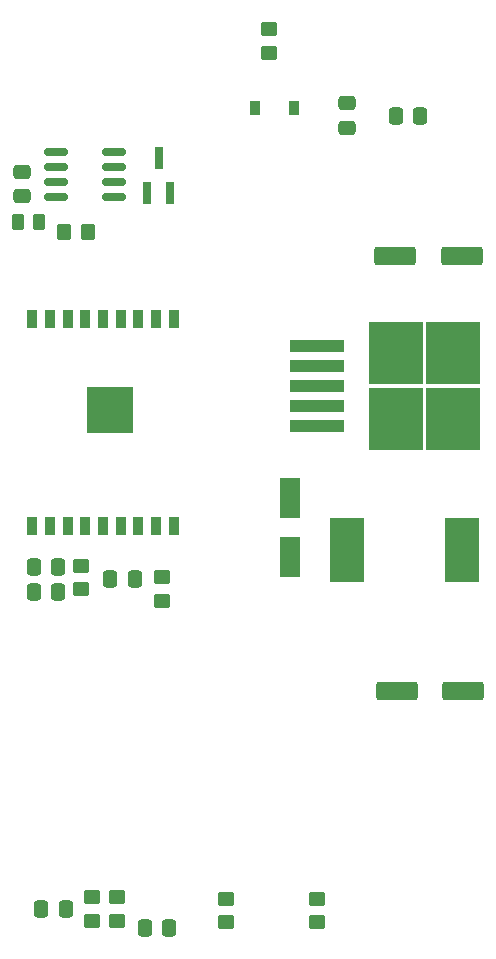
<source format=gbr>
%TF.GenerationSoftware,KiCad,Pcbnew,6.0.2+dfsg-1*%
%TF.CreationDate,2022-09-01T21:00:28+02:00*%
%TF.ProjectId,vscp-din-esp32-can-z102,76736370-2d64-4696-9e2d-65737033322d,rev?*%
%TF.SameCoordinates,Original*%
%TF.FileFunction,Paste,Top*%
%TF.FilePolarity,Positive*%
%FSLAX46Y46*%
G04 Gerber Fmt 4.6, Leading zero omitted, Abs format (unit mm)*
G04 Created by KiCad (PCBNEW 6.0.2+dfsg-1) date 2022-09-01 21:00:28*
%MOMM*%
%LPD*%
G01*
G04 APERTURE LIST*
G04 Aperture macros list*
%AMRoundRect*
0 Rectangle with rounded corners*
0 $1 Rounding radius*
0 $2 $3 $4 $5 $6 $7 $8 $9 X,Y pos of 4 corners*
0 Add a 4 corners polygon primitive as box body*
4,1,4,$2,$3,$4,$5,$6,$7,$8,$9,$2,$3,0*
0 Add four circle primitives for the rounded corners*
1,1,$1+$1,$2,$3*
1,1,$1+$1,$4,$5*
1,1,$1+$1,$6,$7*
1,1,$1+$1,$8,$9*
0 Add four rect primitives between the rounded corners*
20,1,$1+$1,$2,$3,$4,$5,0*
20,1,$1+$1,$4,$5,$6,$7,0*
20,1,$1+$1,$6,$7,$8,$9,0*
20,1,$1+$1,$8,$9,$2,$3,0*%
G04 Aperture macros list end*
%ADD10R,0.900000X1.500000*%
%ADD11R,4.000000X4.000000*%
%ADD12RoundRect,0.250000X0.475000X-0.337500X0.475000X0.337500X-0.475000X0.337500X-0.475000X-0.337500X0*%
%ADD13RoundRect,0.250000X0.337500X0.475000X-0.337500X0.475000X-0.337500X-0.475000X0.337500X-0.475000X0*%
%ADD14RoundRect,0.250000X0.450000X-0.350000X0.450000X0.350000X-0.450000X0.350000X-0.450000X-0.350000X0*%
%ADD15RoundRect,0.250000X-0.450000X0.350000X-0.450000X-0.350000X0.450000X-0.350000X0.450000X0.350000X0*%
%ADD16RoundRect,0.250000X-0.350000X-0.450000X0.350000X-0.450000X0.350000X0.450000X-0.350000X0.450000X0*%
%ADD17R,0.800000X1.900000*%
%ADD18RoundRect,0.250000X-0.337500X-0.475000X0.337500X-0.475000X0.337500X0.475000X-0.337500X0.475000X0*%
%ADD19R,1.800000X3.500000*%
%ADD20RoundRect,0.250000X-1.500000X-0.550000X1.500000X-0.550000X1.500000X0.550000X-1.500000X0.550000X0*%
%ADD21R,4.550000X5.250000*%
%ADD22R,4.600000X1.100000*%
%ADD23R,2.900000X5.400000*%
%ADD24R,0.900000X1.200000*%
%ADD25RoundRect,0.150000X-0.825000X-0.150000X0.825000X-0.150000X0.825000X0.150000X-0.825000X0.150000X0*%
%ADD26RoundRect,0.250000X0.262500X0.450000X-0.262500X0.450000X-0.262500X-0.450000X0.262500X-0.450000X0*%
G04 APERTURE END LIST*
D10*
%TO.C,U1*%
X127750000Y-110750000D03*
X129250000Y-110750000D03*
X130750000Y-110750000D03*
X132250000Y-110750000D03*
X133750000Y-110750000D03*
X135250000Y-110750000D03*
X136750000Y-110750000D03*
X138250000Y-110750000D03*
X139750000Y-110750000D03*
X139750000Y-93250000D03*
X138250000Y-93250000D03*
X136750000Y-93250000D03*
X135250000Y-93250000D03*
X133750000Y-93250000D03*
X132250000Y-93250000D03*
X130750000Y-93250000D03*
X129250000Y-93250000D03*
X127750000Y-93250000D03*
D11*
X134360000Y-100900000D03*
%TD*%
D12*
%TO.C,C6*%
X154400000Y-77037500D03*
X154400000Y-74962500D03*
%TD*%
D13*
%TO.C,C7*%
X160587500Y-76050000D03*
X158512500Y-76050000D03*
%TD*%
D14*
%TO.C,R9*%
X151900000Y-144312500D03*
X151900000Y-142312500D03*
%TD*%
D15*
%TO.C,R8*%
X147800000Y-68700000D03*
X147800000Y-70700000D03*
%TD*%
D14*
%TO.C,R6*%
X138700000Y-117100000D03*
X138700000Y-115100000D03*
%TD*%
D16*
%TO.C,R5*%
X130450000Y-85850000D03*
X132450000Y-85850000D03*
%TD*%
D14*
%TO.C,R4*%
X144200000Y-144300000D03*
X144200000Y-142300000D03*
%TD*%
%TO.C,R3*%
X131850000Y-116100000D03*
X131850000Y-114100000D03*
%TD*%
D15*
%TO.C,R2*%
X134950000Y-144200000D03*
X134950000Y-142200000D03*
%TD*%
%TO.C,R1*%
X132850000Y-142200000D03*
X132850000Y-144200000D03*
%TD*%
D17*
%TO.C,D3*%
X137500000Y-82550000D03*
X139400000Y-82550000D03*
X138450000Y-79550000D03*
%TD*%
D12*
%TO.C,C9*%
X126850000Y-82837500D03*
X126850000Y-80762500D03*
%TD*%
D18*
%TO.C,C5*%
X137262500Y-144750000D03*
X139337500Y-144750000D03*
%TD*%
D13*
%TO.C,C4*%
X130587500Y-143150000D03*
X128512500Y-143150000D03*
%TD*%
D18*
%TO.C,C3*%
X134362500Y-115200000D03*
X136437500Y-115200000D03*
%TD*%
%TO.C,C1*%
X127862500Y-114250000D03*
X129937500Y-114250000D03*
%TD*%
%TO.C,C2*%
X127862500Y-116350000D03*
X129937500Y-116350000D03*
%TD*%
D19*
%TO.C,D2*%
X149550000Y-113400000D03*
X149550000Y-108400000D03*
%TD*%
D20*
%TO.C,C10*%
X158650000Y-124750000D03*
X164250000Y-124750000D03*
%TD*%
%TO.C,C8*%
X158500000Y-87850000D03*
X164100000Y-87850000D03*
%TD*%
D21*
%TO.C,U2*%
X163400000Y-96125000D03*
X158550000Y-96125000D03*
X163400000Y-101675000D03*
X158550000Y-101675000D03*
D22*
X151825000Y-95500000D03*
X151825000Y-97200000D03*
X151825000Y-98900000D03*
X151825000Y-100600000D03*
X151825000Y-102300000D03*
%TD*%
D23*
%TO.C,L1*%
X154400000Y-112800000D03*
X164100000Y-112800000D03*
%TD*%
D24*
%TO.C,D1*%
X149950000Y-75400000D03*
X146650000Y-75400000D03*
%TD*%
D25*
%TO.C,U3*%
X129725000Y-79095000D03*
X129725000Y-80365000D03*
X129725000Y-81635000D03*
X129725000Y-82905000D03*
X134675000Y-82905000D03*
X134675000Y-81635000D03*
X134675000Y-80365000D03*
X134675000Y-79095000D03*
%TD*%
D26*
%TO.C,R11*%
X128362500Y-85050000D03*
X126537500Y-85050000D03*
%TD*%
M02*

</source>
